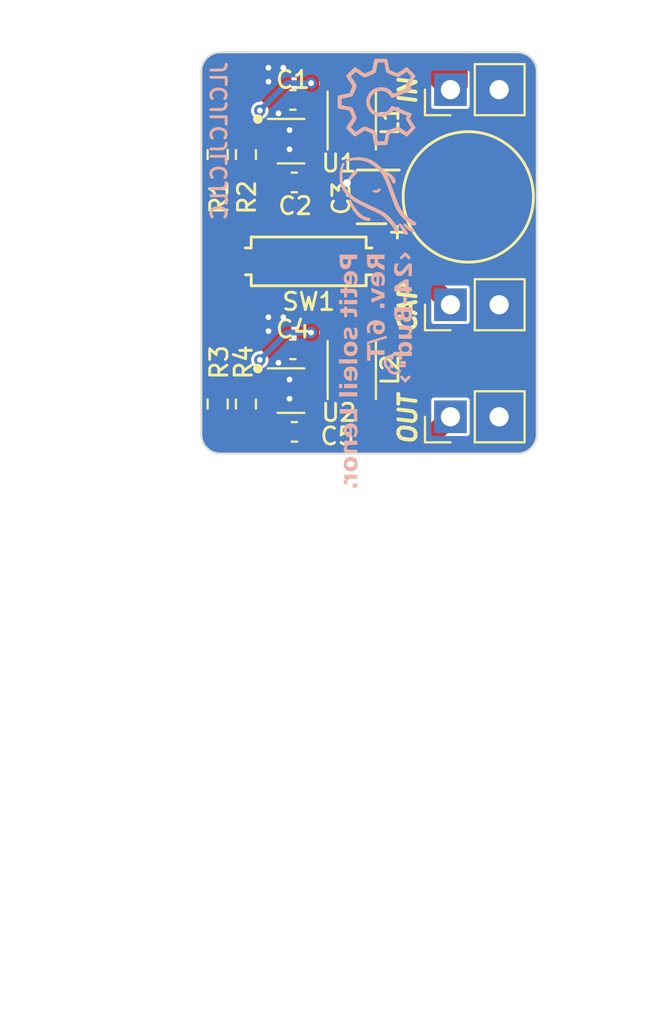
<source format=kicad_pcb>
(kicad_pcb (version 20221018) (generator pcbnew)
  (layers (0 "F.Cu" signal) (31 "B.Cu" signal) (34 "B.Paste" user) (35 "F.Paste" user) (36 "B.SilkS" user "B.Silkscreen") (37 "F.SilkS" user "F.Silkscreen") (38 "B.Mask" user) (39 "F.Mask" user) (44 "Edge.Cuts" user))
  (net 0 "")
  (net 1 "VIN")
  (net 2 "GND")
  (net 3 "VDD")
  (net 4 "VRI")
  (net 5 "Net-(U1-L)")
  (net 6 "Net-(U1-FB)")
  (net 7 "Net-(U2-L)")
  (net 8 "Net-(U2-FB)")
  (net 9 "VCAP")
  (footprint "Soleil_footprints:SPST_1x01_P2.54" (layer "F.Cu") (at 28.6 18.19 180)
    (fp_text reference "SW1" (at 0 -2.1 unlocked) (layer "F.SilkS") (effects (font (size 0.9 0.9))))
    (fp_text value "SW_SPST")
    (pad "1" smd roundrect (at -4.4 0 180) (size 2.2 1.2) (layers "F.Cu" "F.Paste" "F.Mask") (net 9 "VCAP"))
    (pad "2" smd roundrect (at 4.4 0 180) (size 2.2 1.2) (layers "F.Cu" "F.Paste" "F.Mask") (net 4 "VRI"))
  )
  (footprint "Connector_PinHeader_2.54mm:PinHeader_1x02_P2.54mm_Vertical" (layer "F.Cu") (at 36 9.24 90)
    (fp_text reference "J1" hide)
    (fp_text value "Conn_01x02")
    (pad "1" thru_hole rect (at 0 0 90) (size 1.7 1.7) (drill 1) (layers "*.Cu" "*.Mask") (net 1 "VIN"))
    (pad "2" thru_hole oval (at 0 2.54 90) (size 1.7 1.7) (drill 1) (layers "*.Cu" "*.Mask") (net 2 "GND"))
  )
  (footprint "Connector_PinHeader_2.54mm:PinHeader_1x02_P2.54mm_Vertical" (layer "F.Cu") (at 36 20.45 90)
    (fp_text reference "J2" hide)
    (fp_text value "Conn_01x02")
    (pad "1" thru_hole rect (at 0 0 90) (size 1.7 1.7) (drill 1) (layers "*.Cu" "*.Mask") (net 9 "VCAP"))
    (pad "2" thru_hole oval (at 0 2.54 90) (size 1.7 1.7) (drill 1) (layers "*.Cu" "*.Mask") (net 2 "GND"))
  )
  (footprint "Inductor_SMD:L_Sunlord_SWPA252012S" (layer "F.Cu") (at 30.85 10.85 -90)
    (fp_text reference "L1" (at 0 -2 90) (layer "F.SilkS") (effects (font (size 0.9 0.9))))
    (fp_text value "10u")
    (pad "1" smd rect (at -0.825 0 270) (size 0.85 2) (layers "F.Cu" "F.Paste" "F.Mask") (net 1 "VIN"))
    (pad "2" smd rect (at 0.825 0 270) (size 0.85 2) (layers "F.Cu" "F.Paste" "F.Mask") (net 5 "Net-(U1-L)"))
  )
  (footprint "Resistor_SMD:R_0603_1608Metric" (layer "F.Cu") (at 23.85 12.625 90)
    (fp_text reference "R1" (at -2.225 0.075 90) (layer "F.SilkS") (effects (font (size 0.9 0.9))))
    (fp_text value "560k")
    (pad "1" smd roundrect (at -0.825 0 90) (size 0.8 0.95) (layers "F.Cu" "F.Paste" "F.Mask") (net 9 "VCAP"))
    (pad "2" smd roundrect (at 0.825 0 90) (size 0.8 0.95) (layers "F.Cu" "F.Paste" "F.Mask") (net 6 "Net-(U1-FB)"))
  )
  (footprint "Capacitor_SMD:C_0603_1608Metric" (layer "F.Cu") (at 27.775 9.775 180)
    (fp_text reference "C1" (at 0 1.05) (layer "F.SilkS") (effects (font (size 0.9 0.9))))
    (fp_text value "10u")
    (pad "1" smd roundrect (at -0.775 0 180) (size 0.9 0.95) (layers "F.Cu" "F.Paste" "F.Mask") (net 1 "VIN"))
    (pad "2" smd roundrect (at 0.775 0 180) (size 0.9 0.95) (layers "F.Cu" "F.Paste" "F.Mask") (net 2 "GND"))
  )
  (footprint "Package_TO_SOT_SMD:Texas_R-PDSO-G6" (layer "F.Cu") (at 27.675 24.925)
    (fp_text reference "U2" (at 2.5 1.15) (layer "F.SilkS") (effects (font (size 0.9 0.9))))
    (fp_text value "TPS61220DCK")
    (pad "1" smd rect (at -1.1 -0.65) (size 0.9 0.4) (layers "F.Cu" "F.Paste" "F.Mask") (net 4 "VRI"))
    (pad "2" smd rect (at -1.1 0) (size 0.9 0.4) (layers "F.Cu" "F.Paste" "F.Mask") (net 8 "Net-(U2-FB)"))
    (pad "3" smd rect (at -1.1 0.65) (size 0.9 0.4) (layers "F.Cu" "F.Paste" "F.Mask") (net 2 "GND"))
    (pad "4" smd rect (at 1.1 0.65) (size 0.9 0.4) (layers "F.Cu" "F.Paste" "F.Mask") (net 3 "VDD"))
    (pad "5" smd rect (at 1.1 0) (size 0.9 0.4) (layers "F.Cu" "F.Paste" "F.Mask") (net 7 "Net-(U2-L)"))
    (pad "6" smd rect (at 1.1 -0.65) (size 0.9 0.4) (layers "F.Cu" "F.Paste" "F.Mask") (net 4 "VRI"))
  )
  (footprint "Package_TO_SOT_SMD:Texas_R-PDSO-G6" (layer "F.Cu") (at 27.675 11.925)
    (fp_text reference "U1" (at 2.5 1.15) (layer "F.SilkS") (effects (font (size 0.9 0.9))))
    (fp_text value "TPS61220DCK")
    (pad "1" smd rect (at -1.1 -0.65) (size 0.9 0.4) (layers "F.Cu" "F.Paste" "F.Mask") (net 1 "VIN"))
    (pad "2" smd rect (at -1.1 0) (size 0.9 0.4) (layers "F.Cu" "F.Paste" "F.Mask") (net 6 "Net-(U1-FB)"))
    (pad "3" smd rect (at -1.1 0.65) (size 0.9 0.4) (layers "F.Cu" "F.Paste" "F.Mask") (net 2 "GND"))
    (pad "4" smd rect (at 1.1 0.65) (size 0.9 0.4) (layers "F.Cu" "F.Paste" "F.Mask") (net 9 "VCAP"))
    (pad "5" smd rect (at 1.1 0) (size 0.9 0.4) (layers "F.Cu" "F.Paste" "F.Mask") (net 5 "Net-(U1-L)"))
    (pad "6" smd rect (at 1.1 -0.65) (size 0.9 0.4) (layers "F.Cu" "F.Paste" "F.Mask") (net 1 "VIN"))
  )
  (footprint "Inductor_SMD:L_Sunlord_SWPA252012S" (layer "F.Cu") (at 30.85 23.85 -90)
    (fp_text reference "L2" (at 0 -2 90) (layer "F.SilkS") (effects (font (size 0.9 0.9))))
    (fp_text value "10u")
    (pad "1" smd rect (at -0.825 0 270) (size 0.85 2) (layers "F.Cu" "F.Paste" "F.Mask") (net 4 "VRI"))
    (pad "2" smd rect (at 0.825 0 270) (size 0.85 2) (layers "F.Cu" "F.Paste" "F.Mask") (net 7 "Net-(U2-L)"))
  )
  (footprint "Connector_PinHeader_2.54mm:PinHeader_1x02_P2.54mm_Vertical" (layer "F.Cu") (at 36 26.29 90)
    (fp_text reference "J3" hide)
    (fp_text value "Conn_01x02")
    (pad "1" thru_hole rect (at 0 0 90) (size 1.7 1.7) (drill 1) (layers "*.Cu" "*.Mask") (net 3 "VDD"))
    (pad "2" thru_hole oval (at 0 2.54 90) (size 1.7 1.7) (drill 1) (layers "*.Cu" "*.Mask") (net 2 "GND"))
  )
  (footprint "Capacitor_SMD:C_0603_1608Metric" (layer "F.Cu") (at 27.85 14.075 180)
    (fp_text reference "C2" (at -0.05 -1.225) (layer "F.SilkS") (effects (font (size 0.9 0.9))))
    (fp_text value "10u")
    (pad "1" smd roundrect (at -0.775 0 180) (size 0.9 0.95) (layers "F.Cu" "F.Paste" "F.Mask") (net 9 "VCAP"))
    (pad "2" smd roundrect (at 0.775 0 180) (size 0.9 0.95) (layers "F.Cu" "F.Paste" "F.Mask") (net 2 "GND"))
  )
  (footprint "Capacitor_SMD:C_0603_1608Metric" (layer "F.Cu") (at 27.775 22.775 180)
    (fp_text reference "C4" (at 0 1.05) (layer "F.SilkS") (effects (font (size 0.9 0.9))))
    (fp_text value "10u")
    (pad "1" smd roundrect (at -0.775 0 180) (size 0.9 0.95) (layers "F.Cu" "F.Paste" "F.Mask") (net 4 "VRI"))
    (pad "2" smd roundrect (at 0.775 0 180) (size 0.9 0.95) (layers "F.Cu" "F.Paste" "F.Mask") (net 2 "GND"))
  )
  (footprint "Capacitor_SMD:C_0603_1608Metric" (layer "F.Cu") (at 27.85 27.075 180)
    (fp_text reference "C5" (at -2.25 -0.225) (layer "F.SilkS") (effects (font (size 0.9 0.9))))
    (fp_text value "10u")
    (pad "1" smd roundrect (at -0.775 0 180) (size 0.9 0.95) (layers "F.Cu" "F.Paste" "F.Mask") (net 3 "VDD"))
    (pad "2" smd roundrect (at 0.775 0 180) (size 0.9 0.95) (layers "F.Cu" "F.Paste" "F.Mask") (net 2 "GND"))
  )
  (footprint "Soleil_footprints:DMS3R3" (layer "F.Cu") (at 36.93 14.83 180)
    (fp_text reference "C3" (at 6.63 -0.07 90 unlocked) (layer "F.SilkS") (effects (font (size 0.9 0.9))))
    (fp_text value "220m")
    (fp_text user "+" (at 3.7 -1.9 180 unlocked) (layer "F.SilkS") (effects (font (size 0.8 0.8))))
    (pad "1" smd roundrect (at 4.75 -0.75 180) (size 2.2 0.8) (layers "F.Cu" "F.Paste" "F.Mask") (net 9 "VCAP"))
    (pad "2" smd roundrect (at 4.75 0.75 180) (size 2.2 0.8) (layers "F.Cu" "F.Paste" "F.Mask") (net 2 "GND"))
  )
  (footprint "Resistor_SMD:R_0603_1608Metric" (layer "F.Cu") (at 25.325 12.625 -90)
    (fp_text reference "R2" (at 2.225 -0.05 90) (layer "F.SilkS") (effects (font (size 0.9 0.9))))
    (fp_text value "91k")
    (pad "1" smd roundrect (at -0.825 0 270) (size 0.8 0.95) (layers "F.Cu" "F.Paste" "F.Mask") (net 6 "Net-(U1-FB)"))
    (pad "2" smd roundrect (at 0.825 0 270) (size 0.8 0.95) (layers "F.Cu" "F.Paste" "F.Mask") (net 2 "GND"))
  )
  (footprint "Resistor_SMD:R_0603_1608Metric" (layer "F.Cu") (at 23.85 25.625 90)
    (fp_text reference "R3" (at 2.175 0.075 90) (layer "F.SilkS") (effects (font (size 0.9 0.9))))
    (fp_text value "560k")
    (pad "1" smd roundrect (at -0.825 0 90) (size 0.8 0.95) (layers "F.Cu" "F.Paste" "F.Mask") (net 3 "VDD"))
    (pad "2" smd roundrect (at 0.825 0 90) (size 0.8 0.95) (layers "F.Cu" "F.Paste" "F.Mask") (net 8 "Net-(U2-FB)"))
  )
  (footprint "Resistor_SMD:R_0603_1608Metric" (layer "F.Cu") (at 25.325 25.625 -90)
    (fp_text reference "R4" (at -2.175 0.125 90) (layer "F.SilkS") (effects (font (size 0.9 0.9))))
    (fp_text value "100k")
    (pad "1" smd roundrect (at -0.825 0 270) (size 0.8 0.95) (layers "F.Cu" "F.Paste" "F.Mask") (net 8 "Net-(U2-FB)"))
    (pad "2" smd roundrect (at 0.825 0 270) (size 0.8 0.95) (layers "F.Cu" "F.Paste" "F.Mask") (net 2 "GND"))
  )
  (footprint "LOGO" (layer "B.Cu") (at 32.3 14.84 -90)
    (fp_text reference "G***" hide)
    (fp_text value "LOGO" hide)
  )
  (footprint "LOGO" (layer "B.Cu") (at 32.14 9.88 -90)
    (fp_text reference "G***" hide)
    (fp_text value "LOGO" hide)
  )
  (gr_arc (start 33.615 23.466426) (mid 33.517343 23.461314) (end 33.420196 23.450116) (stroke (width 0.15)) (layer "B.SilkS"))
  (gr_arc (start 32.710731 23.721967) (mid 32.600224 23.349126) (end 32.921283 23.12971) (stroke (width 0.15)) (layer "B.SilkS"))
  (gr_arc (start 32.947347 23.689221) (mid 32.913423 23.650065) (end 32.901283 23.59971) (stroke (width 0.15)) (layer "B.SilkS"))
  (gr_arc (start 33.341283 23.89971) (mid 33.003986 24.012181) (end 32.767425 23.746743) (stroke (width 0.15)) (layer "B.SilkS"))
  (gr_line (start 33.64 17.8) (end 33.44 18) (stroke (width 0.15)) (layer "B.SilkS"))
  (gr_arc (start 32.941283 23.23971) (mid 33.175407 22.996056) (end 33.401794 23.246904) (stroke (width 0.15)) (layer "B.SilkS"))
  (gr_line (start 33.84 24.216428) (end 33.64 24.416428) (stroke (width 0.15)) (layer "B.SilkS"))
  (gr_line (start 33.84 18) (end 33.64 17.8) (stroke (width 0.15)) (layer "B.SilkS"))
  (gr_arc (start 33.327721 23.633782) (mid 33.466433 23.627557) (end 33.605 23.636428) (stroke (width 0.15)) (layer "B.SilkS"))
  (gr_line (start 33.64 24.416428) (end 33.44 24.216428) (stroke (width 0.15)) (layer "B.SilkS"))
  (gr_circle (center 25.95 10.775) (end 25.7 10.775) (fill solid) (layer "F.SilkS"))
  (gr_circle (center 25.95 23.775) (end 25.7 23.775) (fill solid) (layer "F.SilkS"))
  (gr_arc (start 23 8.3) (mid 23.292893 7.592893) (end 24 7.3) (stroke (width 0.1)) (layer "Edge.Cuts"))
  (gr_line (start 39.5 28.2) (end 24 28.2) (stroke (width 0.1)) (layer "Edge.Cuts"))
  (gr_line (start 24 7.3) (end 39.5 7.3) (stroke (width 0.1)) (layer "Edge.Cuts"))
  (gr_arc (start 24 28.2) (mid 23.292893 27.907107) (end 23 27.2) (stroke (width 0.1)) (layer "Edge.Cuts"))
  (gr_arc (start 39.5 7.3) (mid 40.207107 7.592893) (end 40.5 8.3) (stroke (width 0.1)) (layer "Edge.Cuts"))
  (gr_line (start 40.5 8.3) (end 40.5 27.2) (stroke (width 0.1)) (layer "Edge.Cuts"))
  (gr_line (start 23 27.2) (end 23 8.3) (stroke (width 0.1)) (layer "Edge.Cuts"))
  (gr_arc (start 40.5 27.2) (mid 40.207107 27.907107) (end 39.5 28.2) (stroke (width 0.1)) (layer "Edge.Cuts"))
  (gr_text "Petit soleil Lenor." (at 31.29 17.72 90) (layer "B.SilkS") (effects (font (size 0.9 0.9) (thickness 0.18) bold italic) (justify left bottom mirror)))
  (gr_text "24-Bud" (at 34.14 18.196428 90) (layer "B.SilkS") (effects (font (size 0.9 0.9) (thickness 0.18) bold) (justify left bottom mirror)))
  (gr_text "Rev. 6/T" (at 32.715 17.721428 90) (layer "B.SilkS") (effects (font (size 0.9 0.9) (thickness 0.18) bold) (justify left bottom mirror)))
  (gr_text "JLCJLCJLCJLC" (at 24.4 7.7 90) (layer "B.SilkS") (effects (font (size 0.8 0.8)) (justify left bottom mirror)))
  (gr_text "CAP" (at 34.3 20.6 90) (layer "F.SilkS") (effects (font (size 0.9 0.9) (thickness 0.2) bold italic) (justify bottom)))
  (gr_text "OUT" (at 34.3 26.4 90) (layer "F.SilkS") (effects (font (size 0.9 0.9) (thickness 0.2) bold italic) (justify bottom)))
  (gr_text "IN" (at 34.3 9.3 90) (layer "F.SilkS") (effects (font (size 0.9 0.9) (thickness 0.2) bold italic) (justify bottom)))
  (segment (start 30.85 10.025) (end 28.8 10.025) (width 0.3) (layer "F.Cu") (net 1))
  (segment (start 28.55 9.775) (end 28.55 11.05) (width 0.3) (layer "F.Cu") (net 1))
  (segment (start 26.05 10.325) (end 26.05 10.875) (width 0.3) (layer "F.Cu") (net 1))
  (segment (start 28.55 11.05) (end 28.775 11.275) (width 0.3) (layer "F.Cu") (net 1))
  (segment (start 28.8 10.025) (end 28.55 9.775) (width 0.3) (layer "F.Cu") (net 1))
  (segment (start 26.05 10.875) (end 26.45 11.275) (width 0.3) (layer "F.Cu") (net 1))
  (segment (start 26.45 11.275) (end 26.575 11.275) (width 0.3) (layer "F.Cu") (net 1))
  (via (at 28.725 8.9) (size 0.6) (drill 0.3) (layers "F.Cu" "B.Cu") (net 1))
  (via (at 26.05 10.325) (size 0.6) (drill 0.3) (layers "F.Cu" "B.Cu") (net 1))
  (segment (start 28.725 8.9) (end 27.475 8.9) (width 0.3) (layer "B.Cu") (net 1))
  (segment (start 27.475 8.9) (end 26.05 10.325) (width 0.3) (layer "B.Cu") (net 1))
  (segment (start 26.575 25.575) (end 25.6 25.575) (width 0.3) (layer "F.Cu") (net 2))
  (segment (start 32.18 14.08) (end 30.62 14.08) (width 1) (layer "F.Cu") (net 2))
  (segment (start 26.575 12.575) (end 25.6 12.575) (width 0.3) (layer "F.Cu") (net 2))
  (segment (start 30.62 14.08) (end 30.6 14.1) (width 1) (layer "F.Cu") (net 2))
  (segment (start 25.325 12.85) (end 25.325 13.45) (width 0.3) (layer "F.Cu") (net 2))
  (segment (start 25.325 25.85) (end 25.325 26.45) (width 0.3) (layer "F.Cu") (net 2))
  (segment (start 25.6 12.575) (end 25.325 12.85) (width 0.3) (layer "F.Cu") (net 2))
  (segment (start 25.6 25.575) (end 25.325 25.85) (width 0.3) (layer "F.Cu") (net 2))
  (via (at 26.5 8.1) (size 0.6) (drill 0.3) (layers "F.Cu" "B.Cu") (net 2))
  (via (at 27.6 12.35) (size 0.6) (drill 0.3) (layers "F.Cu" "B.Cu") (net 2))
  (via (at 26.5 21.1) (size 0.6) (drill 0.3) (layers "F.Cu" "B.Cu") (net 2))
  (via (at 27.275 21.1) (size 0.6) (drill 0.3) (layers "F.Cu" "B.Cu") (net 2))
  (via (at 26.5 21.825) (size 0.6) (drill 0.3) (layers "F.Cu" "B.Cu") (net 2))
  (via (at 27.6 24.35) (size 0.6) (drill 0.3) (layers "F.Cu" "B.Cu") (net 2))
  (via (at 27.025 10.475) (size 0.6) (drill 0.3) (layers "F.Cu" "B.Cu") (net 2))
  (via (at 27.6 25.35) (size 0.6) (drill 0.3) (layers "F.Cu" "B.Cu") (net 2))
  (via (at 27.025 23.475) (size 0.6) (drill 0.3) (layers "F.Cu" "B.Cu") (net 2))
  (via (at 30.6 14.1) (size 0.8) (drill 0.4) (layers "F.Cu" "B.Cu") (net 2))
  (via (at 27.275 8.1) (size 0.6) (drill 0.3) (layers "F.Cu" "B.Cu") (net 2))
  (via (at 26.5 8.825) (size 0.6) (drill 0.3) (layers "F.Cu" "B.Cu") (net 2))
  (via (at 27.6 11.35) (size 0.6) (drill 0.3) (layers "F.Cu" "B.Cu") (net 2))
  (segment (start 27.85 27.85) (end 28.625 27.075) (width 0.3) (layer "F.Cu") (net 3))
  (segment (start 27.85 27.85) (end 25.25 27.85) (width 0.3) (layer "F.Cu") (net 3))
  (segment (start 28.625 27.075) (end 29.07 27.52) (width 1) (layer "F.Cu") (net 3))
  (segment (start 34.77 27.52) (end 36 26.29) (width 1) (layer "F.Cu") (net 3))
  (segment (start 29.07 27.52) (end 34.77 27.52) (width 1) (layer "F.Cu") (net 3))
  (segment (start 23.85 26.45) (end 25.25 27.85) (width 0.3) (layer "F.Cu") (net 3))
  (segment (start 24.2 18.19) (end 26.25 18.19) (width 1) (layer "F.Cu") (net 4))
  (segment (start 26.05 23.325) (end 26.05 23.875) (width 0.3) (layer "F.Cu") (net 4))
  (segment (start 28.8 23.025) (end 28.55 22.775) (width 0.3) (layer "F.Cu") (net 4))
  (segment (start 26.05 23.875) (end 26.45 24.275) (width 0.3) (layer "F.Cu") (net 4))
  (segment (start 26.25 18.19) (end 28.54 20.48) (width 1) (layer "F.Cu") (net 4))
  (segment (start 28.55 24.05) (end 28.775 24.275) (width 0.3) (layer "F.Cu") (net 4))
  (segment (start 28.55 22.775) (end 28.55 24.05) (width 0.3) (layer "F.Cu") (net 4))
  (segment (start 30.85 23.025) (end 28.8 23.025) (width 0.3) (layer "F.Cu") (net 4))
  (segment (start 26.45 24.275) (end 26.575 24.275) (width 0.3) (layer "F.Cu") (net 4))
  (via (at 28.725 21.9) (size 0.6) (drill 0.3) (layers "F.Cu" "B.Cu") (net 4))
  (via (at 26.05 23.325) (size 0.6) (drill 0.3) (layers "F.Cu" "B.Cu") (net 4))
  (segment (start 28.725 21.9) (end 27.475 21.9) (width 0.3) (layer "B.Cu") (net 4))
  (segment (start 27.475 21.9) (end 26.05 23.325) (width 0.3) (layer "B.Cu") (net 4))
  (segment (start 26.575 11.925) (end 25.45 11.925) (width 0.3) (layer "F.Cu") (net 6))
  (segment (start 25.325 11.8) (end 23.85 11.8) (width 0.3) (layer "F.Cu") (net 6))
  (segment (start 25.45 11.925) (end 25.325 11.8) (width 0.3) (layer "F.Cu") (net 6))
  (segment (start 25.45 24.925) (end 25.325 24.8) (width 0.3) (layer "F.Cu") (net 8))
  (segment (start 25.325 24.8) (end 23.85 24.8) (width 0.3) (layer "F.Cu") (net 8))
  (segment (start 26.575 24.925) (end 25.45 24.925) (width 0.3) (layer "F.Cu") (net 8))
  (segment (start 33.74 18.19) (end 36 20.45) (width 1) (layer "F.Cu") (net 9))
  (segment (start 30.13 15.58) (end 32.18 15.58) (width 1) (layer "F.Cu") (net 9))
  (segment (start 32.18 15.58) (end 32.18 17.37) (width 1) (layer "F.Cu") (net 9))
  (segment (start 32.18 17.37) (end 33 18.19) (width 1) (layer "F.Cu") (net 9))
  (segment (start 33 18.19) (end 33.74 18.19) (width 1) (layer "F.Cu") (net 9))
  (segment (start 23.85 13.45) (end 25.25 14.85) (width 0.3) (layer "F.Cu") (net 9))
  (segment (start 27.85 14.85) (end 25.25 14.85) (width 0.3) (layer "F.Cu") (net 9))
  (segment (start 28.625 14.075) (end 30.13 15.58) (width 1) (layer "F.Cu") (net 9))
  (segment (start 27.85 14.85) (end 28.625 14.075) (width 0.3) (layer "F.Cu") (net 9))
  (zone (net 2) (net_name "GND") (layer "F.Cu") (priority 4) (connect_pads yes (clearance 0.15)) (min_thickness 0.25) (fill yes (thermal_gap 0.5) (thermal_bridge_width 0.5))
    (polygon (pts (xy 26.175 12.05) (xy 26.175 14.825) (xy 27.675 14.825) (xy 27.675 12.975) (xy 28 12.65) (xy 28 10.675) (xy 27.7 10.375) (xy 27.7 7.725) (xy 26.1 7.725)))
  )
  (zone (net 1) (net_name "VIN") (layer "F.Cu") (priority 7) (connect_pads yes (clearance 0.15)) (min_thickness 0.25) (fill yes (thermal_gap 0.5) (thermal_bridge_width 0.5))
    (polygon (pts (xy 28.175 10.6) (xy 31.975 10.6) (xy 31.975 9.525) (xy 29.6 9.525) (xy 29.15 9.075) (xy 29.15 7.15) (xy 27.975 7.15) (xy 27.975 10.4)))
  )
  (zone (net 2) (net_name "GND") (layer "F.Cu") (priority 4) (connect_pads yes (clearance 0.15)) (min_thickness 0.25) (fill yes (thermal_gap 0.5) (thermal_bridge_width 0.5))
    (polygon (pts (xy 26.175 25.05) (xy 26.175 27.825) (xy 27.675 27.825) (xy 27.675 25.975) (xy 28 25.65) (xy 28 23.675) (xy 27.7 23.375) (xy 27.7 20.725) (xy 26.1 20.725)))
  )
  (zone (net 1) (net_name "VIN") (layer "F.Cu") (connect_pads yes (clearance 0.15)) (min_thickness 0.25) (fill yes (thermal_gap 0.5) (thermal_bridge_width 0.5))
    (polygon (pts (xy 29 7.2) (xy 29 8.6) (xy 34.6 8.6) (xy 35.2 9.2) (xy 36.9 9.2) (xy 36.9 7.2)))
  )
  (zone (net 5) (net_name "Net-(U1-L)") (layer "F.Cu") (priority 5) (connect_pads yes (clearance 0.15)) (min_thickness 0.25) (fill yes (thermal_gap 0.5) (thermal_bridge_width 0.5))
    (polygon (pts (xy 28.25 11.675) (xy 28.25 12.15) (xy 31.925 12.15) (xy 31.925 11.2) (xy 29.775 11.2) (xy 29.3 11.675)))
  )
  (zone (net 4) (net_name "VRI") (layer "F.Cu") (priority 7) (connect_pads yes (clearance 0.15)) (min_thickness 0.25) (fill yes (thermal_gap 0.5) (thermal_bridge_width 0.5))
    (polygon (pts (xy 28.175 23.6) (xy 31.975 23.6) (xy 31.975 22.525) (xy 29.6 22.525) (xy 29.15 22.075) (xy 29.15 20.15) (xy 27.975 20.15) (xy 27.975 23.4)))
  )
  (zone (net 9) (net_name "VCAP") (layer "F.Cu") (priority 6) (connect_pads yes (clearance 0.15)) (min_thickness 0.25) (fill yes (thermal_gap 0.5) (thermal_bridge_width 0.5))
    (polygon (pts (xy 28.3 12.225) (xy 28.3 13.05) (xy 28.05 13.3) (xy 28.05 14.625) (xy 29.375 14.625) (xy 29.375 12.225)))
  )
  (zone (net 7) (net_name "Net-(U2-L)") (layer "F.Cu") (priority 5) (connect_pads yes (clearance 0.15)) (min_thickness 0.25) (fill yes (thermal_gap 0.5) (thermal_bridge_width 0.5))
    (polygon (pts (xy 28.25 24.675) (xy 28.25 25.15) (xy 31.925 25.15) (xy 31.925 24.2) (xy 29.775 24.2) (xy 29.3 24.675)))
  )
  (zone (net 3) (net_name "VDD") (layer "F.Cu") (priority 6) (connect_pads yes (clearance 0.15)) (min_thickness 0.25) (fill yes (thermal_gap 0.5) (thermal_bridge_width 0.5))
    (polygon (pts (xy 28.3 25.225) (xy 28.3 26.05) (xy 28.05 26.3) (xy 28.05 27.625) (xy 29.375 27.625) (xy 29.375 25.225)))
  )
  (zone (net 2) (net_name "GND") (layer "B.Cu") (priority 1) (connect_pads yes (clearance 0.15)) (min_thickness 0.15) (fill yes (thermal_gap 0.5) (thermal_bridge_width 0.5))
    (polygon (pts (xy 12.588404 6.271364) (xy 12.488404 53.871364) (xy 46.488404 54.171364) (xy 46.688404 6.571364)))
  )
)
</source>
